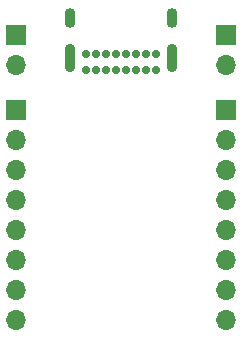
<source format=gbs>
G04 #@! TF.GenerationSoftware,KiCad,Pcbnew,7.0.8*
G04 #@! TF.CreationDate,2023-11-11T23:39:21-08:00*
G04 #@! TF.ProjectId,STM32F042-Mini,53544d33-3246-4303-9432-2d4d696e692e,rev?*
G04 #@! TF.SameCoordinates,Original*
G04 #@! TF.FileFunction,Soldermask,Bot*
G04 #@! TF.FilePolarity,Negative*
%FSLAX46Y46*%
G04 Gerber Fmt 4.6, Leading zero omitted, Abs format (unit mm)*
G04 Created by KiCad (PCBNEW 7.0.8) date 2023-11-11 23:39:21*
%MOMM*%
%LPD*%
G01*
G04 APERTURE LIST*
%ADD10R,1.700000X1.700000*%
%ADD11O,1.700000X1.700000*%
%ADD12O,0.900000X2.400000*%
%ADD13O,0.900000X1.700000*%
%ADD14C,0.700000*%
G04 APERTURE END LIST*
D10*
X63500000Y-44450000D03*
D11*
X63500000Y-46990000D03*
D12*
X76715000Y-46405000D03*
X68065000Y-46405000D03*
D13*
X76715000Y-43025000D03*
X68065000Y-43025000D03*
D14*
X75365000Y-46035000D03*
X74515000Y-46035000D03*
X73665000Y-46035000D03*
X72815000Y-46035000D03*
X71965000Y-46035000D03*
X71115000Y-46035000D03*
X70265000Y-46035000D03*
X69415000Y-46035000D03*
X69415000Y-47385000D03*
X70265000Y-47385000D03*
X71115000Y-47385000D03*
X71965000Y-47385000D03*
X72815000Y-47385000D03*
X73665000Y-47385000D03*
X74515000Y-47385000D03*
X75365000Y-47385000D03*
D10*
X81280000Y-44450000D03*
D11*
X81280000Y-46990000D03*
D10*
X81280000Y-50800000D03*
D11*
X81280000Y-53340000D03*
X81280000Y-55880000D03*
X81280000Y-58420000D03*
X81280000Y-60960000D03*
X81280000Y-63500000D03*
X81280000Y-66040000D03*
X81280000Y-68580000D03*
D10*
X63500000Y-50800000D03*
D11*
X63500000Y-53340000D03*
X63500000Y-55880000D03*
X63500000Y-58420000D03*
X63500000Y-60960000D03*
X63500000Y-63500000D03*
X63500000Y-66040000D03*
X63500000Y-68580000D03*
M02*

</source>
